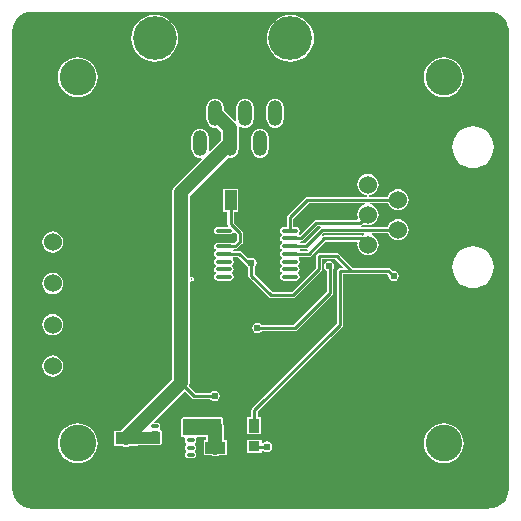
<source format=gbl>
G04 Layer_Physical_Order=2*
G04 Layer_Color=11436288*
%FSLAX24Y24*%
%MOIN*%
G70*
G01*
G75*
%ADD13R,0.0335X0.0374*%
%ADD27C,0.0098*%
%ADD29C,0.0472*%
%ADD31C,0.0394*%
G04:AMPARAMS|DCode=32|XSize=27.6mil|YSize=114.2mil|CornerRadius=6.9mil|HoleSize=0mil|Usage=FLASHONLY|Rotation=0.000|XOffset=0mil|YOffset=0mil|HoleType=Round|Shape=RoundedRectangle|*
%AMROUNDEDRECTD32*
21,1,0.0276,0.1004,0,0,0.0*
21,1,0.0138,0.1142,0,0,0.0*
1,1,0.0138,0.0069,-0.0502*
1,1,0.0138,-0.0069,-0.0502*
1,1,0.0138,-0.0069,0.0502*
1,1,0.0138,0.0069,0.0502*
%
%ADD32ROUNDEDRECTD32*%
%ADD33C,0.1457*%
%ADD34O,0.0472X0.0866*%
%ADD35C,0.0600*%
%ADD36C,0.0240*%
%ADD37C,0.1220*%
%ADD38C,0.0236*%
%ADD39C,0.0197*%
%ADD40R,0.0394X0.0669*%
%ADD41R,0.0669X0.0394*%
%ADD42R,0.0358X0.0480*%
%ADD43R,0.0374X0.0335*%
G04:AMPARAMS|DCode=44|XSize=25.6mil|YSize=11.8mil|CornerRadius=3mil|HoleSize=0mil|Usage=FLASHONLY|Rotation=0.000|XOffset=0mil|YOffset=0mil|HoleType=Round|Shape=RoundedRectangle|*
%AMROUNDEDRECTD44*
21,1,0.0256,0.0059,0,0,0.0*
21,1,0.0197,0.0118,0,0,0.0*
1,1,0.0059,0.0098,-0.0030*
1,1,0.0059,-0.0098,-0.0030*
1,1,0.0059,-0.0098,0.0030*
1,1,0.0059,0.0098,0.0030*
%
%ADD44ROUNDEDRECTD44*%
%ADD45O,0.0551X0.0138*%
%ADD46R,0.1378X0.1427*%
%ADD47R,0.0030X0.0039*%
%ADD48R,0.0482X0.0482*%
%ADD49R,0.0561X0.0394*%
%ADD50R,0.1280X0.0561*%
G36*
X25807Y26453D02*
X25931Y26441D01*
X26050Y26405D01*
X26160Y26346D01*
X26257Y26267D01*
X26336Y26170D01*
X26395Y26060D01*
X26431Y25941D01*
X26438Y25867D01*
X26438Y25865D01*
X26435Y25817D01*
X26436Y25816D01*
X26444Y25770D01*
Y10532D01*
X26443D01*
X26431Y10407D01*
X26395Y10288D01*
X26336Y10178D01*
X26257Y10082D01*
X26160Y10003D01*
X26050Y9944D01*
X25931Y9908D01*
X25857Y9900D01*
X25855Y9901D01*
X25807Y9903D01*
X25806Y9903D01*
X25760Y9895D01*
X10532D01*
Y9895D01*
X10407Y9908D01*
X10288Y9944D01*
X10178Y10003D01*
X10082Y10082D01*
X10003Y10178D01*
X9944Y10288D01*
X9908Y10407D01*
X9905Y10433D01*
X9903Y10482D01*
X9895Y10529D01*
Y10529D01*
Y25817D01*
X9895D01*
X9908Y25941D01*
X9944Y26060D01*
X10003Y26170D01*
X10082Y26267D01*
X10178Y26346D01*
X10288Y26405D01*
X10407Y26441D01*
X10433Y26443D01*
X10482Y26445D01*
X10482D01*
X10529Y26453D01*
X10529D01*
X25807D01*
Y26453D01*
D02*
G37*
%LPC*%
G36*
X11240Y17756D02*
X11148Y17744D01*
X11063Y17708D01*
X10990Y17652D01*
X10933Y17579D01*
X10898Y17493D01*
X10886Y17402D01*
X10898Y17310D01*
X10933Y17224D01*
X10990Y17151D01*
X11063Y17095D01*
X11148Y17059D01*
X11240Y17047D01*
X11332Y17059D01*
X11417Y17095D01*
X11491Y17151D01*
X11547Y17224D01*
X11582Y17310D01*
X11594Y17402D01*
X11582Y17493D01*
X11547Y17579D01*
X11491Y17652D01*
X11417Y17708D01*
X11332Y17744D01*
X11240Y17756D01*
D02*
G37*
G36*
X20443Y18147D02*
X20376Y18134D01*
X20319Y18096D01*
X20282Y18039D01*
X20268Y17972D01*
X20282Y17906D01*
X20319Y17849D01*
X20376Y17811D01*
X20380Y17810D01*
Y17139D01*
X19259Y16018D01*
X18199D01*
X18184Y16039D01*
X18128Y16077D01*
X18061Y16090D01*
X17994Y16077D01*
X17938Y16039D01*
X17900Y15982D01*
X17886Y15915D01*
X17900Y15849D01*
X17938Y15792D01*
X17994Y15754D01*
X18061Y15741D01*
X18128Y15754D01*
X18184Y15792D01*
X18199Y15813D01*
X19301D01*
X19334Y15819D01*
X19340Y15821D01*
X19374Y15843D01*
X20555Y17024D01*
X20577Y17057D01*
X20578Y17064D01*
X20585Y17096D01*
Y17876D01*
X20604Y17906D01*
X20618Y17972D01*
X20604Y18039D01*
X20566Y18096D01*
X20510Y18134D01*
X20443Y18147D01*
D02*
G37*
G36*
X25246Y18635D02*
X25111Y18622D01*
X24980Y18582D01*
X24860Y18518D01*
X24755Y18432D01*
X24669Y18327D01*
X24605Y18207D01*
X24565Y18076D01*
X24552Y17941D01*
X24565Y17806D01*
X24605Y17675D01*
X24669Y17555D01*
X24755Y17450D01*
X24860Y17364D01*
X24980Y17300D01*
X25111Y17260D01*
X25246Y17247D01*
X25382Y17260D01*
X25512Y17300D01*
X25632Y17364D01*
X25737Y17450D01*
X25823Y17555D01*
X25887Y17675D01*
X25927Y17806D01*
X25940Y17941D01*
X25927Y18076D01*
X25887Y18207D01*
X25823Y18327D01*
X25737Y18432D01*
X25632Y18518D01*
X25512Y18582D01*
X25382Y18622D01*
X25246Y18635D01*
D02*
G37*
G36*
X17414Y20563D02*
X16918D01*
Y19791D01*
X17064D01*
Y19379D01*
X17070Y19346D01*
X17072Y19340D01*
X17081Y19326D01*
X17057Y19276D01*
X16732D01*
X16685Y19267D01*
X16646Y19240D01*
X16619Y19200D01*
X16610Y19154D01*
X16619Y19107D01*
X16646Y19067D01*
X16685Y19040D01*
X16732Y19031D01*
X17146D01*
X17193Y19040D01*
X17232Y19067D01*
X17244Y19085D01*
X17304Y19097D01*
X17368Y19032D01*
Y18832D01*
X17280Y18744D01*
X17209D01*
X17193Y18755D01*
X17146Y18764D01*
X16732D01*
X16685Y18755D01*
X16646Y18728D01*
X16619Y18689D01*
X16610Y18642D01*
X16619Y18595D01*
X16646Y18555D01*
X16665Y18542D01*
Y18486D01*
X16646Y18472D01*
X16619Y18433D01*
X16610Y18386D01*
X16619Y18339D01*
X16646Y18299D01*
X16665Y18286D01*
Y18230D01*
X16646Y18216D01*
X16619Y18177D01*
X16610Y18130D01*
X16619Y18083D01*
X16646Y18043D01*
X16665Y18030D01*
Y17974D01*
X16646Y17961D01*
X16619Y17921D01*
X16610Y17874D01*
X16619Y17827D01*
X16646Y17787D01*
X16665Y17774D01*
Y17718D01*
X16646Y17705D01*
X16619Y17665D01*
X16610Y17618D01*
X16619Y17571D01*
X16646Y17532D01*
X16685Y17505D01*
X16732Y17496D01*
X17146D01*
X17193Y17505D01*
X17232Y17532D01*
X17259Y17571D01*
X17268Y17618D01*
X17259Y17665D01*
X17232Y17705D01*
X17213Y17718D01*
Y17774D01*
X17232Y17787D01*
X17259Y17827D01*
X17268Y17874D01*
X17259Y17921D01*
X17232Y17961D01*
X17213Y17974D01*
Y18030D01*
X17232Y18043D01*
X17259Y18083D01*
X17268Y18130D01*
X17259Y18177D01*
X17232Y18216D01*
X17238Y18272D01*
X17248Y18283D01*
X17418D01*
X17693Y18008D01*
X17716Y17994D01*
X17717Y17992D01*
X17741Y17957D01*
X17762Y17943D01*
Y17657D01*
X17768Y17625D01*
X17770Y17618D01*
X17792Y17585D01*
X18432Y16945D01*
X18465Y16923D01*
X18471Y16922D01*
X18504Y16915D01*
X19252D01*
X19285Y16922D01*
X19291Y16923D01*
X19324Y16945D01*
X20181Y17802D01*
X20203Y17835D01*
X20211Y17874D01*
Y18215D01*
X20656D01*
X20907Y17964D01*
X20888Y17917D01*
X20807D01*
X20768Y17910D01*
X20735Y17887D01*
X20713Y17854D01*
X20705Y17815D01*
Y16070D01*
X17890Y13255D01*
X17868Y13222D01*
X17867Y13216D01*
X17860Y13183D01*
Y12949D01*
X17709D01*
Y12366D01*
X18169D01*
Y12949D01*
X18065D01*
Y13141D01*
X20879Y15955D01*
X20902Y15988D01*
X20903Y15995D01*
X20909Y16028D01*
Y17713D01*
X22389D01*
X22429Y17673D01*
X22424Y17648D01*
X22437Y17581D01*
X22475Y17524D01*
X22532Y17486D01*
X22598Y17473D01*
X22665Y17486D01*
X22722Y17524D01*
X22760Y17581D01*
X22773Y17648D01*
X22760Y17714D01*
X22722Y17771D01*
X22665Y17809D01*
X22598Y17822D01*
X22574Y17817D01*
X22503Y17887D01*
X22470Y17910D01*
X22464Y17911D01*
X22431Y17917D01*
X21243D01*
X20771Y18389D01*
X20738Y18412D01*
X20731Y18413D01*
X20699Y18419D01*
X20108D01*
X20069Y18412D01*
X20036Y18389D01*
X20014Y18356D01*
X20006Y18317D01*
Y17916D01*
X19210Y17120D01*
X18546D01*
X17967Y17700D01*
Y17943D01*
X17988Y17957D01*
X18025Y18014D01*
X18039Y18081D01*
X18025Y18148D01*
X17988Y18204D01*
X17931Y18242D01*
X17864Y18255D01*
X17797Y18242D01*
X17768Y18223D01*
X17533Y18458D01*
X17500Y18480D01*
X17493Y18482D01*
X17461Y18488D01*
X17279D01*
X17264Y18514D01*
X17279Y18539D01*
X17323D01*
X17356Y18546D01*
X17362Y18547D01*
X17395Y18569D01*
X17543Y18717D01*
X17565Y18750D01*
X17566Y18757D01*
X17573Y18789D01*
Y19075D01*
X17566Y19107D01*
X17565Y19114D01*
X17543Y19147D01*
X17269Y19422D01*
Y19791D01*
X17414D01*
Y20563D01*
D02*
G37*
G36*
X11240Y19134D02*
X11148Y19122D01*
X11063Y19086D01*
X10990Y19030D01*
X10933Y18957D01*
X10898Y18871D01*
X10886Y18780D01*
X10898Y18688D01*
X10933Y18602D01*
X10990Y18529D01*
X11063Y18473D01*
X11148Y18437D01*
X11240Y18425D01*
X11332Y18437D01*
X11417Y18473D01*
X11491Y18529D01*
X11547Y18602D01*
X11582Y18688D01*
X11594Y18780D01*
X11582Y18871D01*
X11547Y18957D01*
X11491Y19030D01*
X11417Y19086D01*
X11332Y19122D01*
X11240Y19134D01*
D02*
G37*
G36*
Y16378D02*
X11148Y16366D01*
X11063Y16330D01*
X10990Y16274D01*
X10933Y16201D01*
X10898Y16115D01*
X10886Y16024D01*
X10898Y15932D01*
X10933Y15847D01*
X10990Y15773D01*
X11063Y15717D01*
X11148Y15681D01*
X11240Y15669D01*
X11332Y15681D01*
X11417Y15717D01*
X11491Y15773D01*
X11547Y15847D01*
X11582Y15932D01*
X11594Y16024D01*
X11582Y16115D01*
X11547Y16201D01*
X11491Y16274D01*
X11417Y16330D01*
X11332Y16366D01*
X11240Y16378D01*
D02*
G37*
G36*
X24272Y12732D02*
X24142Y12719D01*
X24017Y12681D01*
X23902Y12620D01*
X23802Y12537D01*
X23719Y12436D01*
X23658Y12321D01*
X23620Y12197D01*
X23607Y12067D01*
X23620Y11937D01*
X23658Y11813D01*
X23719Y11698D01*
X23802Y11597D01*
X23902Y11514D01*
X24017Y11453D01*
X24142Y11415D01*
X24272Y11402D01*
X24401Y11415D01*
X24526Y11453D01*
X24641Y11514D01*
X24742Y11597D01*
X24824Y11698D01*
X24886Y11813D01*
X24924Y11937D01*
X24936Y12067D01*
X24924Y12197D01*
X24886Y12321D01*
X24824Y12436D01*
X24742Y12537D01*
X24641Y12620D01*
X24526Y12681D01*
X24401Y12719D01*
X24272Y12732D01*
D02*
G37*
G36*
X12067D02*
X11937Y12719D01*
X11813Y12681D01*
X11698Y12620D01*
X11597Y12537D01*
X11514Y12436D01*
X11453Y12321D01*
X11415Y12197D01*
X11402Y12067D01*
X11415Y11937D01*
X11453Y11813D01*
X11514Y11698D01*
X11597Y11597D01*
X11698Y11514D01*
X11813Y11453D01*
X11937Y11415D01*
X12067Y11402D01*
X12197Y11415D01*
X12321Y11453D01*
X12436Y11514D01*
X12537Y11597D01*
X12620Y11698D01*
X12681Y11813D01*
X12719Y11937D01*
X12732Y12067D01*
X12719Y12197D01*
X12681Y12321D01*
X12620Y12436D01*
X12537Y12537D01*
X12436Y12620D01*
X12321Y12681D01*
X12197Y12719D01*
X12067Y12732D01*
D02*
G37*
G36*
X16878Y12949D02*
X16417D01*
Y12939D01*
X15581D01*
X15542Y12923D01*
X15525Y12884D01*
Y12323D01*
X15542Y12284D01*
X15581Y12267D01*
X15629D01*
X15643Y12250D01*
X15660Y12217D01*
X15656Y12195D01*
Y12136D01*
X15662Y12104D01*
X15680Y12078D01*
X15681Y12077D01*
Y12018D01*
X15680Y12017D01*
X15662Y11990D01*
X15656Y11959D01*
Y11900D01*
X15662Y11868D01*
X15680Y11841D01*
X15681Y11841D01*
Y11782D01*
X15680Y11781D01*
X15662Y11754D01*
X15656Y11722D01*
Y11663D01*
X15662Y11632D01*
X15680Y11605D01*
X15707Y11587D01*
X15738Y11581D01*
X15935D01*
X15967Y11587D01*
X15993Y11605D01*
X16011Y11632D01*
X16017Y11663D01*
Y11722D01*
X16011Y11754D01*
X15993Y11781D01*
X15992Y11782D01*
Y11841D01*
X15993Y11841D01*
X16011Y11868D01*
X16017Y11900D01*
Y11959D01*
X16011Y11990D01*
X15993Y12017D01*
X15992Y12018D01*
Y12077D01*
X15993Y12078D01*
X16011Y12104D01*
X16017Y12136D01*
Y12195D01*
X16013Y12217D01*
X16030Y12250D01*
X16044Y12267D01*
X16358D01*
Y12176D01*
X16278D01*
Y11680D01*
X16515D01*
X16518Y11677D01*
X16588Y11648D01*
X16663Y11638D01*
X16738Y11648D01*
X16808Y11677D01*
X16812Y11680D01*
X17049D01*
Y12176D01*
X16938D01*
Y12657D01*
X16928Y12733D01*
X16916Y12761D01*
Y12884D01*
X16899Y12923D01*
X16878Y12932D01*
Y12949D01*
D02*
G37*
G36*
X11240Y15000D02*
X11148Y14988D01*
X11063Y14952D01*
X10990Y14896D01*
X10933Y14823D01*
X10898Y14737D01*
X10886Y14646D01*
X10898Y14554D01*
X10933Y14469D01*
X10990Y14395D01*
X11063Y14339D01*
X11148Y14304D01*
X11240Y14291D01*
X11332Y14304D01*
X11417Y14339D01*
X11491Y14395D01*
X11547Y14469D01*
X11582Y14554D01*
X11594Y14646D01*
X11582Y14737D01*
X11547Y14823D01*
X11491Y14896D01*
X11417Y14952D01*
X11332Y14988D01*
X11240Y15000D01*
D02*
G37*
G36*
X18201Y12197D02*
X17724D01*
Y11760D01*
X18201D01*
Y11856D01*
X18248D01*
X18262Y11835D01*
X18319Y11797D01*
X18386Y11784D01*
X18453Y11797D01*
X18509Y11835D01*
X18547Y11892D01*
X18560Y11959D01*
X18547Y12025D01*
X18509Y12082D01*
X18453Y12120D01*
X18386Y12133D01*
X18319Y12120D01*
X18262Y12082D01*
X18248Y12061D01*
X18201D01*
Y12197D01*
D02*
G37*
G36*
X12067Y24936D02*
X11937Y24924D01*
X11813Y24886D01*
X11698Y24824D01*
X11597Y24742D01*
X11514Y24641D01*
X11453Y24526D01*
X11415Y24401D01*
X11402Y24272D01*
X11415Y24142D01*
X11453Y24017D01*
X11514Y23902D01*
X11597Y23802D01*
X11698Y23719D01*
X11813Y23658D01*
X11937Y23620D01*
X12067Y23607D01*
X12197Y23620D01*
X12321Y23658D01*
X12436Y23719D01*
X12537Y23802D01*
X12620Y23902D01*
X12681Y24017D01*
X12719Y24142D01*
X12732Y24272D01*
X12719Y24401D01*
X12681Y24526D01*
X12620Y24641D01*
X12537Y24742D01*
X12436Y24824D01*
X12321Y24886D01*
X12197Y24924D01*
X12067Y24936D01*
D02*
G37*
G36*
X17650Y23560D02*
X17575Y23550D01*
X17505Y23521D01*
X17445Y23475D01*
X17399Y23415D01*
X17370Y23345D01*
X17360Y23270D01*
Y22876D01*
X17365Y22838D01*
X17317Y22815D01*
X16939Y23193D01*
Y23270D01*
X16930Y23345D01*
X16901Y23415D01*
X16855Y23475D01*
X16795Y23521D01*
X16725Y23550D01*
X16650Y23560D01*
X16575Y23550D01*
X16505Y23521D01*
X16445Y23475D01*
X16399Y23415D01*
X16370Y23345D01*
X16360Y23270D01*
Y22876D01*
X16370Y22801D01*
X16399Y22731D01*
X16445Y22671D01*
X16505Y22625D01*
X16575Y22596D01*
X16650Y22586D01*
X16717Y22595D01*
X16860Y22453D01*
Y22270D01*
Y22193D01*
X16482Y21815D01*
X16435Y21838D01*
X16439Y21876D01*
Y22270D01*
X16430Y22345D01*
X16401Y22415D01*
X16355Y22475D01*
X16295Y22521D01*
X16225Y22550D01*
X16150Y22560D01*
X16075Y22550D01*
X16005Y22521D01*
X15945Y22475D01*
X15899Y22415D01*
X15870Y22345D01*
X15860Y22270D01*
Y21876D01*
X15870Y21801D01*
X15899Y21731D01*
X15945Y21671D01*
X16005Y21625D01*
X16075Y21596D01*
X16150Y21586D01*
X16187Y21591D01*
X16211Y21544D01*
X15306Y20639D01*
X15260Y20579D01*
X15245Y20544D01*
X15231Y20509D01*
X15221Y20434D01*
Y18681D01*
Y17854D01*
Y17805D01*
X15213Y17793D01*
X15199Y17726D01*
X15213Y17660D01*
X15221Y17648D01*
Y16438D01*
X15222Y16429D01*
Y15949D01*
X15219Y15935D01*
X15222Y15921D01*
Y15561D01*
Y14210D01*
X13493Y12481D01*
X13295D01*
Y11985D01*
X13532D01*
X13536Y11982D01*
X13606Y11953D01*
X13681Y11943D01*
X13756Y11953D01*
X13826Y11982D01*
X13830Y11985D01*
X14067D01*
Y12003D01*
X14518D01*
X14561Y12012D01*
X14823D01*
X14862Y12028D01*
X14878Y12067D01*
Y12461D01*
X14862Y12500D01*
X14825Y12515D01*
X14822Y12518D01*
X14803Y12566D01*
X14810Y12577D01*
X14817Y12608D01*
Y12667D01*
X14810Y12699D01*
X14792Y12726D01*
X14766Y12743D01*
X14734Y12750D01*
X14647D01*
X14628Y12796D01*
X15619Y13788D01*
X15669D01*
X15878Y13579D01*
X15900Y13564D01*
X15911Y13557D01*
X15950Y13549D01*
X16496D01*
X16510Y13528D01*
X16567Y13490D01*
X16634Y13477D01*
X16701Y13490D01*
X16757Y13528D01*
X16795Y13585D01*
X16808Y13652D01*
X16795Y13718D01*
X16757Y13775D01*
X16701Y13813D01*
X16634Y13826D01*
X16567Y13813D01*
X16510Y13775D01*
X16496Y13754D01*
X15993D01*
X15774Y13972D01*
X15783Y13994D01*
X15792Y14015D01*
X15802Y14090D01*
Y15561D01*
Y16437D01*
X15801Y16446D01*
Y17443D01*
X15851Y17477D01*
X15856Y17474D01*
X15886D01*
X15925Y17490D01*
X15941Y17530D01*
Y17569D01*
X15925Y17608D01*
X15886Y17624D01*
X15856D01*
X15851Y17622D01*
X15801Y17655D01*
Y17854D01*
Y18681D01*
Y20314D01*
X17082Y21595D01*
X17150Y21586D01*
X17225Y21596D01*
X17295Y21625D01*
X17355Y21671D01*
X17401Y21731D01*
X17430Y21801D01*
X17439Y21876D01*
Y22270D01*
Y22573D01*
X17434Y22616D01*
X17481Y22643D01*
X17505Y22625D01*
X17575Y22596D01*
X17650Y22586D01*
X17725Y22596D01*
X17795Y22625D01*
X17855Y22671D01*
X17901Y22731D01*
X17930Y22801D01*
X17939Y22876D01*
Y23270D01*
X17930Y23345D01*
X17901Y23415D01*
X17855Y23475D01*
X17795Y23521D01*
X17725Y23550D01*
X17650Y23560D01*
D02*
G37*
G36*
X18650D02*
X18575Y23550D01*
X18505Y23521D01*
X18445Y23475D01*
X18399Y23415D01*
X18370Y23345D01*
X18360Y23270D01*
Y22876D01*
X18370Y22801D01*
X18399Y22731D01*
X18445Y22671D01*
X18505Y22625D01*
X18575Y22596D01*
X18650Y22586D01*
X18725Y22596D01*
X18795Y22625D01*
X18855Y22671D01*
X18901Y22731D01*
X18930Y22801D01*
X18939Y22876D01*
Y23270D01*
X18930Y23345D01*
X18901Y23415D01*
X18855Y23475D01*
X18795Y23521D01*
X18725Y23550D01*
X18650Y23560D01*
D02*
G37*
G36*
X19163Y26356D02*
X19011Y26341D01*
X18864Y26297D01*
X18728Y26224D01*
X18610Y26127D01*
X18512Y26008D01*
X18440Y25873D01*
X18395Y25726D01*
X18380Y25573D01*
X18395Y25420D01*
X18440Y25273D01*
X18512Y25138D01*
X18610Y25019D01*
X18728Y24922D01*
X18864Y24849D01*
X19011Y24805D01*
X19163Y24790D01*
X19316Y24805D01*
X19463Y24849D01*
X19599Y24922D01*
X19717Y25019D01*
X19815Y25138D01*
X19887Y25273D01*
X19932Y25420D01*
X19947Y25573D01*
X19932Y25726D01*
X19887Y25873D01*
X19815Y26008D01*
X19717Y26127D01*
X19599Y26224D01*
X19463Y26297D01*
X19316Y26341D01*
X19163Y26356D01*
D02*
G37*
G36*
X14636D02*
X14483Y26341D01*
X14336Y26297D01*
X14201Y26224D01*
X14082Y26127D01*
X13985Y26008D01*
X13912Y25873D01*
X13868Y25726D01*
X13853Y25573D01*
X13868Y25420D01*
X13912Y25273D01*
X13985Y25138D01*
X14082Y25019D01*
X14201Y24922D01*
X14336Y24849D01*
X14483Y24805D01*
X14636Y24790D01*
X14789Y24805D01*
X14936Y24849D01*
X15071Y24922D01*
X15190Y25019D01*
X15287Y25138D01*
X15359Y25273D01*
X15404Y25420D01*
X15419Y25573D01*
X15404Y25726D01*
X15359Y25873D01*
X15287Y26008D01*
X15190Y26127D01*
X15071Y26224D01*
X14936Y26297D01*
X14789Y26341D01*
X14636Y26356D01*
D02*
G37*
G36*
X24272Y24936D02*
X24142Y24924D01*
X24017Y24886D01*
X23902Y24824D01*
X23802Y24742D01*
X23719Y24641D01*
X23658Y24526D01*
X23620Y24401D01*
X23607Y24272D01*
X23620Y24142D01*
X23658Y24017D01*
X23719Y23902D01*
X23802Y23802D01*
X23902Y23719D01*
X24017Y23658D01*
X24142Y23620D01*
X24272Y23607D01*
X24401Y23620D01*
X24526Y23658D01*
X24641Y23719D01*
X24742Y23802D01*
X24824Y23902D01*
X24886Y24017D01*
X24924Y24142D01*
X24936Y24272D01*
X24924Y24401D01*
X24886Y24526D01*
X24824Y24641D01*
X24742Y24742D01*
X24641Y24824D01*
X24526Y24886D01*
X24401Y24924D01*
X24272Y24936D01*
D02*
G37*
G36*
X18150Y22560D02*
X18075Y22550D01*
X18005Y22521D01*
X17945Y22475D01*
X17899Y22415D01*
X17870Y22345D01*
X17860Y22270D01*
Y21876D01*
X17870Y21801D01*
X17899Y21731D01*
X17945Y21671D01*
X18005Y21625D01*
X18075Y21596D01*
X18150Y21586D01*
X18225Y21596D01*
X18295Y21625D01*
X18355Y21671D01*
X18401Y21731D01*
X18430Y21801D01*
X18439Y21876D01*
Y22270D01*
X18430Y22345D01*
X18401Y22415D01*
X18355Y22475D01*
X18295Y22521D01*
X18225Y22550D01*
X18150Y22560D01*
D02*
G37*
G36*
X21746Y21047D02*
X21654Y21035D01*
X21569Y21000D01*
X21496Y20943D01*
X21439Y20870D01*
X21404Y20785D01*
X21392Y20693D01*
X21404Y20601D01*
X21439Y20516D01*
X21496Y20442D01*
X21569Y20386D01*
X21654Y20351D01*
X21670Y20349D01*
X21718Y20342D01*
D01*
X21721Y20342D01*
X21726Y20341D01*
X21726Y20341D01*
X21726Y20341D01*
X21726Y20340D01*
X21723Y20291D01*
X19726D01*
X19687Y20284D01*
X19654Y20261D01*
X19071Y19679D01*
X19049Y19645D01*
X19048Y19639D01*
X19041Y19606D01*
Y19276D01*
X18937D01*
X18890Y19267D01*
X18850Y19240D01*
X18824Y19200D01*
X18815Y19154D01*
X18824Y19107D01*
X18850Y19067D01*
X18870Y19054D01*
Y18997D01*
X18850Y18984D01*
X18824Y18944D01*
X18815Y18898D01*
X18824Y18851D01*
X18850Y18811D01*
X18870Y18798D01*
Y18741D01*
X18850Y18728D01*
X18824Y18689D01*
X18815Y18642D01*
X18824Y18595D01*
X18850Y18555D01*
X18870Y18542D01*
Y18486D01*
X18850Y18472D01*
X18824Y18433D01*
X18815Y18386D01*
X18824Y18339D01*
X18850Y18299D01*
X18870Y18286D01*
Y18230D01*
X18850Y18216D01*
X18824Y18177D01*
X18815Y18130D01*
X18824Y18083D01*
X18850Y18043D01*
X18870Y18030D01*
Y17974D01*
X18850Y17961D01*
X18824Y17921D01*
X18815Y17874D01*
X18824Y17827D01*
X18850Y17787D01*
X18870Y17774D01*
Y17718D01*
X18850Y17705D01*
X18824Y17665D01*
X18815Y17618D01*
X18824Y17571D01*
X18850Y17532D01*
X18890Y17505D01*
X18937Y17496D01*
X19350D01*
X19397Y17505D01*
X19437Y17532D01*
X19464Y17571D01*
X19473Y17618D01*
X19464Y17665D01*
X19437Y17705D01*
X19417Y17718D01*
Y17774D01*
X19437Y17787D01*
X19464Y17827D01*
X19473Y17874D01*
X19464Y17921D01*
X19437Y17961D01*
X19417Y17974D01*
Y18030D01*
X19437Y18043D01*
X19464Y18083D01*
X19473Y18130D01*
X19464Y18177D01*
X19437Y18216D01*
X19443Y18272D01*
X19452Y18283D01*
X19774D01*
X19806Y18290D01*
X19813Y18291D01*
X19846Y18313D01*
X20328Y18795D01*
X21357D01*
X21399Y18745D01*
X21392Y18693D01*
X21404Y18601D01*
X21439Y18516D01*
X21496Y18442D01*
X21569Y18386D01*
X21654Y18351D01*
X21746Y18339D01*
X21838Y18351D01*
X21923Y18386D01*
X21997Y18442D01*
X22053Y18516D01*
X22088Y18601D01*
X22100Y18693D01*
X22088Y18785D01*
X22053Y18870D01*
X21997Y18943D01*
X21923Y19000D01*
X21872Y19021D01*
X21882Y19071D01*
X22415D01*
X22439Y19012D01*
X22496Y18939D01*
X22569Y18882D01*
X22654Y18847D01*
X22746Y18835D01*
X22838Y18847D01*
X22923Y18882D01*
X22997Y18939D01*
X23053Y19012D01*
X23088Y19097D01*
X23100Y19189D01*
X23088Y19281D01*
X23053Y19366D01*
X22997Y19439D01*
X22923Y19496D01*
X22838Y19531D01*
X22746Y19543D01*
X22654Y19531D01*
X22569Y19496D01*
X22496Y19439D01*
X22439Y19366D01*
X22404Y19281D01*
X22403Y19276D01*
X21521D01*
X21512Y19325D01*
X21545Y19347D01*
X21580Y19382D01*
X21654Y19351D01*
X21746Y19339D01*
X21838Y19351D01*
X21923Y19386D01*
X21997Y19442D01*
X22053Y19516D01*
X22088Y19601D01*
X22100Y19693D01*
X22088Y19785D01*
X22053Y19870D01*
X21997Y19943D01*
X21923Y20000D01*
X21838Y20035D01*
X21826Y20037D01*
X21829Y20087D01*
X22408D01*
X22439Y20012D01*
X22496Y19939D01*
X22569Y19882D01*
X22654Y19847D01*
X22746Y19835D01*
X22838Y19847D01*
X22923Y19882D01*
X22997Y19939D01*
X23053Y20012D01*
X23088Y20097D01*
X23100Y20189D01*
X23088Y20281D01*
X23053Y20366D01*
X22997Y20439D01*
X22923Y20496D01*
X22838Y20531D01*
X22746Y20543D01*
X22654Y20531D01*
X22569Y20496D01*
X22496Y20439D01*
X22439Y20366D01*
X22408Y20291D01*
X21769D01*
X21766Y20340D01*
X21766Y20341D01*
X21766Y20341D01*
X21766Y20341D01*
X21770Y20342D01*
X21774Y20342D01*
X21822Y20349D01*
X21838Y20351D01*
X21923Y20386D01*
X21997Y20442D01*
X22053Y20516D01*
X22088Y20601D01*
X22100Y20693D01*
X22088Y20785D01*
X22053Y20870D01*
X21997Y20943D01*
X21923Y21000D01*
X21838Y21035D01*
X21746Y21047D01*
D02*
G37*
G36*
X25246Y22635D02*
X25111Y22622D01*
X24980Y22582D01*
X24860Y22518D01*
X24755Y22432D01*
X24669Y22327D01*
X24605Y22207D01*
X24565Y22076D01*
X24552Y21941D01*
X24565Y21806D01*
X24605Y21675D01*
X24669Y21555D01*
X24755Y21450D01*
X24860Y21364D01*
X24980Y21300D01*
X25111Y21260D01*
X25246Y21247D01*
X25382Y21260D01*
X25512Y21300D01*
X25632Y21364D01*
X25737Y21450D01*
X25823Y21555D01*
X25887Y21675D01*
X25927Y21806D01*
X25940Y21941D01*
X25927Y22076D01*
X25887Y22207D01*
X25823Y22327D01*
X25737Y22432D01*
X25632Y22518D01*
X25512Y22582D01*
X25382Y22622D01*
X25246Y22635D01*
D02*
G37*
%LPD*%
G36*
X19718Y18531D02*
X19730Y18514D01*
X19734Y18504D01*
X19722Y18488D01*
X19484D01*
X19469Y18514D01*
X19484Y18539D01*
X19675D01*
X19702Y18545D01*
X19718Y18531D01*
D02*
G37*
G36*
X20168Y19268D02*
X20157Y19260D01*
X20134Y19246D01*
X19633Y18744D01*
X19484D01*
X19469Y18770D01*
X19484Y18795D01*
X19498D01*
X19531Y18802D01*
X19537Y18803D01*
X19570Y18825D01*
X20062Y19317D01*
X20158D01*
X20168Y19268D01*
D02*
G37*
G36*
X21666Y20037D02*
X21654Y20035D01*
X21569Y20000D01*
X21496Y19943D01*
X21439Y19870D01*
X21404Y19785D01*
X21392Y19693D01*
X21404Y19601D01*
X21416Y19572D01*
X21383Y19522D01*
X20020D01*
X19981Y19514D01*
X19947Y19492D01*
X19481Y19025D01*
X19454Y19028D01*
X19447Y19043D01*
X19441Y19073D01*
X19464Y19107D01*
X19473Y19154D01*
X19464Y19200D01*
X19437Y19240D01*
X19397Y19267D01*
X19350Y19276D01*
X19246D01*
Y19564D01*
X19769Y20087D01*
X21663D01*
X21666Y20037D01*
D02*
G37*
G36*
X21620Y19021D02*
X21569Y19000D01*
X21564Y18996D01*
X21541Y19000D01*
X20285D01*
X20253Y18994D01*
X20246Y18992D01*
X20231Y18982D01*
X20199Y19021D01*
X20249Y19071D01*
X21610D01*
X21620Y19021D01*
D02*
G37*
D13*
X14980Y16437D02*
D03*
X15512D02*
D03*
X14980Y15561D02*
D03*
X15512D02*
D03*
D27*
X16533Y16400D02*
Y16811D01*
Y17244D02*
Y18850D01*
X15512Y14090D02*
X15950Y13652D01*
X16634D01*
X17963Y11978D02*
X17982Y11959D01*
X18386D01*
X21541Y18898D02*
X21746Y18693D01*
X20285Y18898D02*
X21541D01*
X19774Y18386D02*
X20285Y18898D01*
X19144Y18386D02*
X19774D01*
X19144Y18642D02*
X19675D01*
X22730Y19173D02*
X22746Y19189D01*
X20207Y19173D02*
X22730D01*
X19675Y18642D02*
X20207Y19173D01*
X19144Y18898D02*
X19498D01*
X21472Y19419D02*
X21746Y19693D01*
X20020Y19419D02*
X21472D01*
X19498Y18898D02*
X20020Y19419D01*
X19726Y20189D02*
X22746D01*
X19144Y19606D02*
X19726Y20189D01*
X21191Y17815D02*
X22431D01*
X22598Y17648D01*
X20807Y17815D02*
X21191D01*
Y17825D01*
X20699Y18317D02*
X21191Y17825D01*
X20108Y18317D02*
X20699D01*
X20108Y17874D02*
Y18317D01*
X19252Y17018D02*
X20108Y17874D01*
X18504Y17018D02*
X19252D01*
X17864Y17657D02*
X18504Y17018D01*
X17864Y17657D02*
Y18081D01*
X16939Y18386D02*
X17461D01*
X17766Y18081D01*
X17864D01*
X16533Y18850D02*
X16601Y18917D01*
X18061Y15915D02*
X19301D01*
X20443Y17972D02*
X20482Y17933D01*
Y17096D02*
Y17933D01*
X19144Y19154D02*
Y19606D01*
X16939Y18642D02*
X17323D01*
X17470Y18789D01*
Y19075D01*
X17166Y19379D02*
X17470Y19075D01*
X17166Y19379D02*
Y20177D01*
X16919Y18917D02*
X16939Y18898D01*
X16601Y18917D02*
X16919D01*
X20807Y16028D02*
Y17815D01*
X17963Y13183D02*
X20807Y16028D01*
X19301Y15915D02*
X20482Y17096D01*
X17963Y12736D02*
Y13183D01*
D29*
X17353Y10837D02*
Y13651D01*
X16575Y14429D02*
X17353Y13651D01*
X13022Y11143D02*
X13681D01*
X13012Y11132D02*
X13022Y11143D01*
X13012Y11132D02*
Y13593D01*
X14980Y15561D01*
X13681Y12256D02*
Y12259D01*
Y12233D02*
Y12256D01*
Y12259D02*
X15512Y14090D01*
X16648Y11944D02*
X16663Y11928D01*
X16648Y11944D02*
Y12657D01*
X14410Y17007D02*
Y17864D01*
X14400Y17874D02*
X14410Y17864D01*
X12835Y17874D02*
X14400D01*
X14823Y15718D02*
X14980Y15561D01*
X12894Y15718D02*
X14823D01*
X14410Y17864D02*
Y18671D01*
Y17864D02*
X14420Y17854D01*
X16604Y14459D02*
Y16299D01*
X16575Y14429D02*
X16604Y14459D01*
X16663Y10837D02*
X17353D01*
X17963Y11447D01*
X14636Y11693D02*
X14705Y11762D01*
X15167D02*
X16092Y10837D01*
X16663D01*
X14085Y11143D02*
X14636Y11693D01*
X13681Y11143D02*
X14085D01*
X16650Y23073D02*
X17150Y22573D01*
Y22073D02*
Y22573D01*
X15511Y20434D02*
X17150Y22073D01*
X15650Y22573D02*
Y23073D01*
X15150Y22073D02*
X15650Y22573D01*
X14420Y21343D02*
X15150Y22073D01*
X14420Y18681D02*
Y21343D01*
X15512Y15561D02*
Y16437D01*
Y14090D02*
Y15561D01*
X15511Y17854D02*
Y18681D01*
Y16438D02*
Y17854D01*
Y16438D02*
X15512Y16437D01*
X15511Y18681D02*
Y20434D01*
X14410Y17007D02*
X14980Y16437D01*
Y15561D02*
Y16437D01*
X14705Y11762D02*
X15167D01*
D31*
X13681Y12256D02*
X14518D01*
D32*
X15167Y12165D02*
D03*
D33*
X19163Y25573D02*
D03*
X14636D02*
D03*
D34*
X17650Y23073D02*
D03*
X18650D02*
D03*
X16650D02*
D03*
X15650D02*
D03*
X16150Y22073D02*
D03*
X15150D02*
D03*
X17150D02*
D03*
X18150D02*
D03*
D35*
X21746Y20693D02*
D03*
X22746Y21189D02*
D03*
X21746Y19693D02*
D03*
X22746Y20189D02*
D03*
X21746Y18693D02*
D03*
X22746Y19189D02*
D03*
X11240Y18780D02*
D03*
Y17402D02*
D03*
Y16024D02*
D03*
Y14646D02*
D03*
D36*
X15394Y15935D02*
D03*
X15374Y17726D02*
D03*
X18543Y12943D02*
D03*
X16634Y13652D02*
D03*
X18386Y11959D02*
D03*
X12835Y17874D02*
D03*
X12894Y15718D02*
D03*
X18642Y17992D02*
D03*
X18268Y19331D02*
D03*
X22077Y16142D02*
D03*
X21713Y15492D02*
D03*
X19902Y15728D02*
D03*
X18346Y14488D02*
D03*
X22598Y17648D02*
D03*
X20443Y17972D02*
D03*
X18061Y15915D02*
D03*
X17864Y18081D02*
D03*
D37*
X24272Y24272D02*
D03*
X12067D02*
D03*
X24272Y12067D02*
D03*
X12067D02*
D03*
D38*
X15167Y11762D02*
D03*
Y12569D02*
D03*
D39*
X16093Y16378D02*
D03*
Y16811D02*
D03*
Y17244D02*
D03*
X16526Y16378D02*
D03*
Y16811D02*
D03*
Y17244D02*
D03*
X16959Y16378D02*
D03*
Y16811D02*
D03*
Y17244D02*
D03*
D40*
X17166Y20177D02*
D03*
X18257D02*
D03*
X14420Y18681D02*
D03*
X15511D02*
D03*
X14420Y17854D02*
D03*
X15511D02*
D03*
D41*
X13681Y11143D02*
D03*
Y12233D02*
D03*
X16663Y10837D02*
D03*
Y11928D02*
D03*
D42*
X17939Y12657D02*
D03*
X16648D02*
D03*
D43*
X17963Y11978D02*
D03*
Y11447D02*
D03*
D44*
X14636Y11693D02*
D03*
Y11929D02*
D03*
Y12165D02*
D03*
Y12402D02*
D03*
Y12638D02*
D03*
X15837D02*
D03*
Y12402D02*
D03*
Y12165D02*
D03*
Y11929D02*
D03*
Y11693D02*
D03*
D45*
X16939Y17618D02*
D03*
Y17874D02*
D03*
Y18130D02*
D03*
Y18386D02*
D03*
Y18642D02*
D03*
Y18898D02*
D03*
Y19154D02*
D03*
X19144Y17618D02*
D03*
Y17874D02*
D03*
Y18130D02*
D03*
Y18386D02*
D03*
Y18642D02*
D03*
Y18898D02*
D03*
Y19154D02*
D03*
D46*
X16526Y16708D02*
D03*
D47*
X15871Y17549D02*
D03*
D48*
X14562Y11767D02*
D03*
D49*
X14542Y12264D02*
D03*
D50*
X16220Y12603D02*
D03*
M02*

</source>
